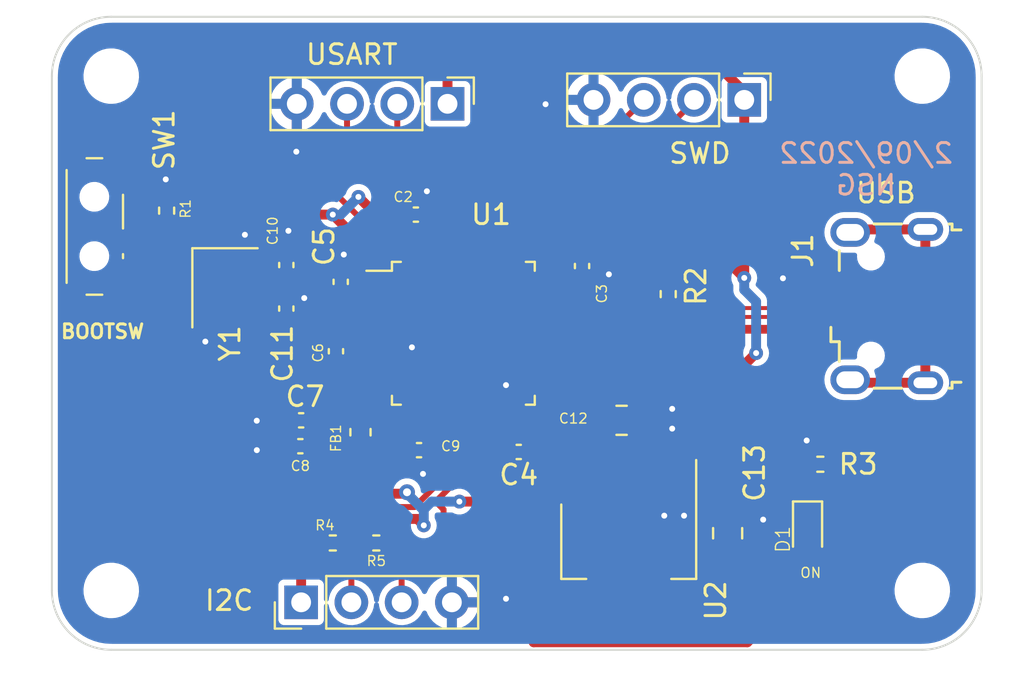
<source format=kicad_pcb>
(kicad_pcb (version 20211014) (generator pcbnew)
  (layers (0 "F.Cu" signal) (31 "B.Cu" power) (34 "B.Paste" user) (35 "F.Paste" user) (36 "B.SilkS" user "B.Silkscreen") (37 "F.SilkS" user "F.Silkscreen") (38 "B.Mask" user) (39 "F.Mask" user) (44 "Edge.Cuts" user))
  (net 0 "")
  (net 1 "+3V3")
  (net 2 "GND")
  (net 3 "+3.3VA")
  (net 4 "HSE_IN")
  (net 5 "HSE_OUT")
  (net 6 "VBUS")
  (net 7 "Net-(D1-Pad1)")
  (net 8 "USB_D-")
  (net 9 "USB_D+")
  (net 11 "unconnected-(J1-Pad6)")
  (net 12 "SWDCLC")
  (net 13 "SWDIO")
  (net 14 "USART_Tx")
  (net 15 "USART_Rx")
  (net 16 "I2C_SDL")
  (net 17 "I2C_SCL")
  (net 18 "Net-(R1-Pad1)")
  (net 19 "NSRT")
  (net 47 "BOOT")
  (footprint "MountingHole:MountingHole_2.2mm_M2" (layer "F.Cu") (at 111.56 151.597836)
    (fp_text reference "H3")
    (fp_text value "MountingHole")
    (pad "" np_thru_hole circle (at 0 0) (size 2.2 2.2) (drill 2.2) (layers F&B.Cu *.Mask))
  )
  (footprint "Capacitor_SMD:C_0805_2012Metric" (layer "F.Cu") (at 96.36 142.997836)
    (fp_text reference "C12" (at -2.44 -0.092164) (layer "F.SilkS") (effects (font (size 0.5 0.5) (thickness 0.07))))
    (fp_text value "22u")
    (pad "1" smd roundrect (at -0.95 0) (size 1 1.45) (layers "F.Cu" "F.Paste" "F.Mask") (net 6 "VBUS"))
    (pad "2" smd roundrect (at 0.95 0) (size 1 1.45) (layers "F.Cu" "F.Paste" "F.Mask") (net 2 "GND"))
  )
  (footprint "Button_Switch_SMD:SW_SPDT_PCM12" (layer "F.Cu") (at 70.035 133.197836 -90)
    (fp_text reference "SW1" (at -4.38 -3.2 -90) (layer "F.SilkS"))
    (fp_text value "SW_SPDT")
    (pad "" smd rect (at -3.65 -0.78 270) (size 1 0.8) (layers "F.Cu" "F.Paste" "F.Mask"))
    (pad "" smd rect (at -3.65 1.43 270) (size 1 0.8) (layers "F.Cu" "F.Paste" "F.Mask"))
    (pad "" np_thru_hole circle (at -1.5 0.33 270) (size 0.9 0.9) (drill 0.9) (layers *.Cu *.Mask))
    (pad "" smd rect (at 3.65 -0.78 270) (size 1 0.8) (layers "F.Cu" "F.Paste" "F.Mask"))
    (pad "" np_thru_hole circle (at 1.5 0.33 270) (size 0.9 0.9) (drill 0.9) (layers *.Cu *.Mask))
    (pad "" smd rect (at 3.65 1.43 270) (size 1 0.8) (layers "F.Cu" "F.Paste" "F.Mask"))
    (pad "1" smd rect (at -2.25 -1.43 270) (size 0.7 1.5) (layers "F.Cu" "F.Paste" "F.Mask") (net 2 "GND"))
    (pad "2" smd rect (at 0.75 -1.43 270) (size 0.7 1.5) (layers "F.Cu" "F.Paste" "F.Mask") (net 18 "Net-(R1-Pad1)"))
    (pad "3" smd rect (at 2.25 -1.43 270) (size 0.7 1.5) (layers "F.Cu" "F.Paste" "F.Mask") (net 1 "+3V3"))
  )
  (footprint "Capacitor_SMD:C_0402_1005Metric" (layer "F.Cu") (at 85.96 132.597836)
    (fp_text reference "C2" (at -0.64 -0.892164) (layer "F.SilkS") (effects (font (size 0.5 0.5) (thickness 0.07))))
    (fp_text value "100n")
    (pad "1" smd roundrect (at -0.48 0) (size 0.56 0.62) (layers "F.Cu" "F.Paste" "F.Mask") (net 1 "+3V3"))
    (pad "2" smd roundrect (at 0.48 0) (size 0.56 0.62) (layers "F.Cu" "F.Paste" "F.Mask") (net 2 "GND"))
  )
  (footprint "Capacitor_SMD:C_0402_1005Metric" (layer "F.Cu") (at 91.16 144.597836 180)
    (fp_text reference "C4" (at 0 -1.16) (layer "F.SilkS"))
    (fp_text value "100n")
    (pad "1" smd roundrect (at -0.48 0 180) (size 0.56 0.62) (layers "F.Cu" "F.Paste" "F.Mask") (net 1 "+3V3"))
    (pad "2" smd roundrect (at 0.48 0 180) (size 0.56 0.62) (layers "F.Cu" "F.Paste" "F.Mask") (net 2 "GND"))
  )
  (footprint "Resistor_SMD:R_0402_1005Metric" (layer "F.Cu") (at 83.96 149.197836)
    (fp_text reference "R5" (at 0 0.91) (layer "F.SilkS") (effects (font (size 0.5 0.5) (thickness 0.07))))
    (fp_text value "1k5")
    (pad "1" smd roundrect (at -0.51 0) (size 0.54 0.64) (layers "F.Cu" "F.Paste" "F.Mask") (net 1 "+3V3"))
    (pad "2" smd roundrect (at 0.51 0) (size 0.54 0.64) (layers "F.Cu" "F.Paste" "F.Mask") (net 17 "I2C_SCL"))
  )
  (footprint "Resistor_SMD:R_0402_1005Metric" (layer "F.Cu") (at 98.716359 136.617836 -90)
    (fp_text reference "R2" (at -0.4 -1.4 90) (layer "F.SilkS"))
    (fp_text value "1k5")
    (pad "1" smd roundrect (at -0.51 0 270) (size 0.54 0.64) (layers "F.Cu" "F.Paste" "F.Mask") (net 1 "+3V3"))
    (pad "2" smd roundrect (at 0.51 0 270) (size 0.54 0.64) (layers "F.Cu" "F.Paste" "F.Mask") (net 9 "USB_D+"))
  )
  (footprint "Connector_PinHeader_2.54mm:PinHeader_1x04_P2.54mm_Vertical" (layer "F.Cu") (at 80.16 152.197836 90)
    (fp_text reference "J4")
    (fp_text value "Connector")
    (pad "1" thru_hole rect (at 0 0 90) (size 1.7 1.7) (drill 1) (layers *.Cu *.Mask) (net 1 "+3V3"))
    (pad "2" thru_hole oval (at 0 2.54 90) (size 1.7 1.7) (drill 1) (layers *.Cu *.Mask) (net 16 "I2C_SDL"))
    (pad "3" thru_hole oval (at 0 5.08 90) (size 1.7 1.7) (drill 1) (layers *.Cu *.Mask) (net 17 "I2C_SCL"))
    (pad "4" thru_hole oval (at 0 7.62 90) (size 1.7 1.7) (drill 1) (layers *.Cu *.Mask) (net 2 "GND"))
  )
  (footprint "MountingHole:MountingHole_2.2mm_M2" (layer "F.Cu") (at 111.56 125.797836)
    (fp_text reference "H2")
    (fp_text value "MountingHole")
    (pad "" np_thru_hole circle (at 0 -0.2) (size 2.2 2.2) (drill 2.2) (layers F&B.Cu *.Mask))
  )
  (footprint "Resistor_SMD:R_0402_1005Metric" (layer "F.Cu") (at 81.76 149.197836)
    (fp_text reference "R4" (at -0.4 -0.89) (layer "F.SilkS") (effects (font (size 0.5 0.5) (thickness 0.07))))
    (fp_text value "1k5")
    (pad "1" smd roundrect (at -0.51 0) (size 0.54 0.64) (layers "F.Cu" "F.Paste" "F.Mask") (net 1 "+3V3"))
    (pad "2" smd roundrect (at 0.51 0) (size 0.54 0.64) (layers "F.Cu" "F.Paste" "F.Mask") (net 16 "I2C_SDL"))
  )
  (footprint "Capacitor_SMD:C_0402_1005Metric" (layer "F.Cu") (at 80.12 144.305672 180)
    (fp_text reference "C8" (at 0 -1) (layer "F.SilkS") (effects (font (size 0.5 0.5) (thickness 0.07))))
    (fp_text value "1u")
    (pad "1" smd roundrect (at -0.48 0 180) (size 0.56 0.62) (layers "F.Cu" "F.Paste" "F.Mask") (net 1 "+3V3"))
    (pad "2" smd roundrect (at 0.48 0 180) (size 0.56 0.62) (layers "F.Cu" "F.Paste" "F.Mask") (net 2 "GND"))
  )
  (footprint "LED_SMD:LED_0603_1608Metric" (layer "F.Cu") (at 105.76 148.585336 -90)
    (fp_text reference "D1" (at 0.4325 1.243641 90) (layer "F.SilkS") (effects (font (size 0.7 0.7) (thickness 0.07))))
    (fp_text value "RED")
    (pad "1" smd roundrect (at -0.7875 0 270) (size 0.875 0.95) (layers "F.Cu" "F.Paste" "F.Mask") (net 7 "Net-(D1-Pad1)"))
    (pad "2" smd roundrect (at 0.7875 0 270) (size 0.875 0.95) (layers "F.Cu" "F.Paste" "F.Mask") (net 1 "+3V3"))
  )
  (footprint "Capacitor_SMD:C_0402_1005Metric" (layer "F.Cu") (at 79.41 137.347836 90)
    (fp_text reference "C11" (at -2.28 -0.2 90) (layer "F.SilkS"))
    (fp_text value "10p")
    (pad "1" smd roundrect (at -0.48 0 90) (size 0.56 0.62) (layers "F.Cu" "F.Paste" "F.Mask") (net 5 "HSE_OUT"))
    (pad "2" smd roundrect (at 0.48 0 90) (size 0.56 0.62) (layers "F.Cu" "F.Paste" "F.Mask") (net 2 "GND"))
  )
  (footprint "Capacitor_SMD:C_0805_2012Metric" (layer "F.Cu") (at 101.72 148.705672 90)
    (fp_text reference "C13" (at 3.05 1.356359 90) (layer "F.SilkS"))
    (fp_text value "22u")
    (pad "1" smd roundrect (at -0.95 0 90) (size 1 1.45) (layers "F.Cu" "F.Paste" "F.Mask") (net 1 "+3V3"))
    (pad "2" smd roundrect (at 0.95 0 90) (size 1 1.45) (layers "F.Cu" "F.Paste" "F.Mask") (net 2 "GND"))
  )
  (footprint "Capacitor_SMD:C_0402_1005Metric" (layer "F.Cu") (at 82.16 135.997836 90)
    (fp_text reference "C5" (at 1.78 -0.843641 90) (layer "F.SilkS"))
    (fp_text value "100n")
    (pad "1" smd roundrect (at -0.48 0 90) (size 0.56 0.62) (layers "F.Cu" "F.Paste" "F.Mask") (net 1 "+3V3"))
    (pad "2" smd roundrect (at 0.48 0 90) (size 0.56 0.62) (layers "F.Cu" "F.Paste" "F.Mask") (net 2 "GND"))
  )
  (footprint "Connector_PinHeader_2.54mm:PinHeader_1x04_P2.54mm_Vertical" (layer "F.Cu") (at 102.56 126.797836 -90)
    (fp_text reference "J2")
    (fp_text value "Connector")
    (pad "1" thru_hole rect (at 0 0 270) (size 1.7 1.7) (drill 1) (layers *.Cu *.Mask) (net 1 "+3V3"))
    (pad "2" thru_hole oval (at 0 2.54 270) (size 1.7 1.7) (drill 1) (layers *.Cu *.Mask) (net 13 "SWDIO"))
    (pad "3" thru_hole oval (at 0 5.08 270) (size 1.7 1.7) (drill 1) (layers *.Cu *.Mask) (net 12 "SWDCLC"))
    (pad "4" thru_hole oval (at 0 7.62 270) (size 1.7 1.7) (drill 1) (layers *.Cu *.Mask) (net 2 "GND"))
  )
  (footprint "Capacitor_SMD:C_0402_1005Metric" (layer "F.Cu") (at 79.41 135.147836 90)
    (fp_text reference "C10" (at 1.73 -0.693641 90) (layer "F.SilkS") (effects (font (size 0.5 0.5) (thickness 0.07))))
    (fp_text value "10p")
    (pad "1" smd roundrect (at -0.48 0 90) (size 0.56 0.62) (layers "F.Cu" "F.Paste" "F.Mask") (net 4 "HSE_IN"))
    (pad "2" smd roundrect (at 0.48 0 90) (size 0.56 0.62) (layers "F.Cu" "F.Paste" "F.Mask") (net 2 "GND"))
  )
  (footprint "Inductor_SMD:L_0603_1608Metric" (layer "F.Cu") (at 83.16 143.597836 -90)
    (fp_text reference "FB1" (at 0.307836 1.24 90) (layer "F.SilkS") (effects (font (size 0.5 0.5) (thickness 0.07))))
    (fp_text value "120R")
    (pad "1" smd roundrect (at -0.7875 0 270) (size 0.875 0.95) (layers "F.Cu" "F.Paste" "F.Mask") (net 3 "+3.3VA"))
    (pad "2" smd roundrect (at 0.7875 0 270) (size 0.875 0.95) (layers "F.Cu" "F.Paste" "F.Mask") (net 1 "+3V3"))
  )
  (footprint "Resistor_SMD:R_0402_1005Metric" (layer "F.Cu") (at 106.406359 145.217836 180)
    (fp_text reference "R3" (at -1.91 0) (layer "F.SilkS"))
    (fp_text value "1k5")
    (pad "1" smd roundrect (at -0.51 0 180) (size 0.54 0.64) (layers "F.Cu" "F.Paste" "F.Mask") (net 7 "Net-(D1-Pad1)"))
    (pad "2" smd roundrect (at 0.51 0 180) (size 0.54 0.64) (layers "F.Cu" "F.Paste" "F.Mask") (net 2 "GND"))
  )
  (footprint "Capacitor_SMD:C_0402_1005Metric" (layer "F.Cu") (at 81.92 139.505672 90)
    (fp_text reference "C6" (at -0.08 -0.907836 90) (layer "F.SilkS") (effects (font (size 0.5 0.5) (thickness 0.07))))
    (fp_text value "10n")
    (pad "1" smd roundrect (at -0.48 0 90) (size 0.56 0.62) (layers "F.Cu" "F.Paste" "F.Mask") (net 3 "+3.3VA"))
    (pad "2" smd roundrect (at 0.48 0 90) (size 0.56 0.62) (layers "F.Cu" "F.Paste" "F.Mask") (net 2 "GND"))
  )
  (footprint "Connector_PinHeader_2.54mm:PinHeader_1x04_P2.54mm_Vertical" (layer "F.Cu") (at 87.56 126.997836 -90)
    (fp_text reference "J3")
    (fp_text value "Connector")
    (pad "1" thru_hole rect (at 0 0 270) (size 1.7 1.7) (drill 1) (layers *.Cu *.Mask) (net 1 "+3V3"))
    (pad "2" thru_hole oval (at 0 2.54 270) (size 1.7 1.7) (drill 1) (layers *.Cu *.Mask) (net 14 "USART_Tx"))
    (pad "3" thru_hole oval (at 0 5.08 270) (size 1.7 1.7) (drill 1) (layers *.Cu *.Mask) (net 15 "USART_Rx"))
    (pad "4" thru_hole oval (at 0 7.62 270) (size 1.7 1.7) (drill 1) (layers *.Cu *.Mask) (net 2 "GND"))
  )
  (footprint "Resistor_SMD:R_0402_1005Metric" (layer "F.Cu") (at 73.36 132.397836 90)
    (fp_text reference "R1" (at 0.092164 0.956359 90) (layer "F.SilkS") (effects (font (size 0.5 0.5) (thickness 0.07))))
    (fp_text value "10k")
    (pad "1" smd roundrect (at -0.51 0 90) (size 0.54 0.64) (layers "F.Cu" "F.Paste" "F.Mask") (net 18 "Net-(R1-Pad1)"))
    (pad "2" smd roundrect (at 0.51 0 90) (size 0.54 0.64) (layers "F.Cu" "F.Paste" "F.Mask") (net 47 "BOOT"))
  )
  (footprint "Package_TO_SOT_SMD:SOT-223-3_TabPin2" (layer "F.Cu") (at 96.72 149.105672 -90)
    (fp_text reference "U2" (at 3 -4.4 90) (layer "F.SilkS"))
    (fp_text value "AMS1117")
    (pad "1" smd rect (at -3.15 -2.3 270) (size 2 1.5) (layers "F.Cu" "F.Paste" "F.Mask") (net 2 "GND"))
    (pad "2" smd rect (at -3.15 0 270) (size 2 1.5) (layers "F.Cu" "F.Paste" "F.Mask") (net 1 "+3V3"))
    (pad "2" smd rect (at 3.15 0 270) (size 2 3.8) (layers "F.Cu" "F.Paste" "F.Mask") (net 1 "+3V3"))
    (pad "3" smd rect (at -3.15 2.3 270) (size 2 1.5) (layers "F.Cu" "F.Paste" "F.Mask") (net 6 "VBUS"))
  )
  (footprint "Connector_USB:USB_Micro-B_Wuerth_629105150521" (layer "F.Cu") (at 109.765 137.222836 90)
    (fp_text reference "J1" (at 2.805 -4.245 90) (layer "F.SilkS"))
    (fp_text value "USB_B_Micro")
    (pad "" np_thru_hole oval (at 2.5 -0.8 90) (size 0.8 0.8) (drill 0.8) (layers *.Cu *.Mask))
    (pad "" np_thru_hole oval (at -2.5 -0.8 90) (size 0.8 0.8) (drill 0.8) (layers *.Cu *.Mask))
    (pad "1" smd rect (at -1.3 -1.9 90) (size 0.45 1.3) (layers "F.Cu" "F.Paste" "F.Mask") (net 6 "VBUS"))
    (pad "2" smd rect (at -0.65 -1.9 90) (size 0.45 1.3) (layers "F.Cu" "F.Paste" "F.Mask") (net 8 "USB_D-"))
    (pad "3" smd rect (at 0 -1.9 90) (size 0.45 1.3) (layers "F.Cu" "F.Paste" "F.Mask") (net 9 "USB_D+"))
    (pad "4" smd rect (at 0.65 -1.9 90) (size 0.45 1.3) (layers "F.Cu" "F.Paste" "F.Mask"))
    (pad "5" smd rect (at 1.3 -1.9 90) (size 0.45 1.3) (layers "F.Cu" "F.Paste" "F.Mask") (net 2 "GND"))
    (pad "6" thru_hole oval (at -3.875 1.95 90) (size 1.15 1.8) (drill oval 0.55 1.2) (layers *.Cu *.Mask) (net 11 "unconnected-(J1-Pad6)"))
    (pad "6" thru_hole oval (at 3.875 1.95 90) (size 1.15 1.8) (drill oval 0.55 1.2) (layers *.Cu *.Mask) (net 11 "unconnected-(J1-Pad6)"))
    (pad "6" thru_hole oval (at 3.725 -1.85 90) (size 1.45 2) (drill oval 0.85 1.4) (layers *.Cu *.Mask) (net 11 "unconnected-(J1-Pad6)"))
    (pad "6" thru_hole oval (at -3.725 -1.85 90) (size 1.45 2) (drill oval 0.85 1.4) (layers *.Cu *.Mask) (net 11 "unconnected-(J1-Pad6)"))
  )
  (footprint "Crystal:Crystal_SMD_3225-4Pin_3.2x2.5mm" (layer "F.Cu") (at 76.31 136.297836 -90)
    (fp_text reference "Y1" (at 2.81 -0.25 90) (layer "F.SilkS"))
    (fp_text value "16MHz")
    (pad "1" smd rect (at -1.1 0.85 270) (size 1.4 1.2) (layers "F.Cu" "F.Paste" "F.Mask") (net 4 "HSE_IN"))
    (pad "2" smd rect (at 1.1 0.85 270) (size 1.4 1.2) (layers "F.Cu" "F.Paste" "F.Mask") (net 2 "GND"))
    (pad "3" smd rect (at 1.1 -0.85 270) (size 1.4 1.2) (layers "F.Cu" "F.Paste" "F.Mask") (net 5 "HSE_OUT"))
    (pad "4" smd rect (at -1.1 -0.85 270) (size 1.4 1.2) (layers "F.Cu" "F.Paste" "F.Mask") (net 2 "GND"))
  )
  (footprint "Capacitor_SMD:C_0402_1005Metric" (layer "F.Cu") (at 80.16 142.997836 180)
    (fp_text reference "C7" (at -0.2 1.2) (layer "F.SilkS"))
    (fp_text value "1u")
    (pad "1" smd roundrect (at -0.48 0 180) (size 0.56 0.62) (layers "F.Cu" "F.Paste" "F.Mask") (net 3 "+3.3VA"))
    (pad "2" smd roundrect (at 0.48 0 180) (size 0.56 0.62) (layers "F.Cu" "F.Paste" "F.Mask") (net 2 "GND"))
  )
  (footprint "Capacitor_SMD:C_0402_1005Metric" (layer "F.Cu") (at 94.36 135.197836 -90)
    (fp_text reference "C3" (at 1.4 -1 90) (layer "F.SilkS") (effects (font (size 0.5 0.5) (thickness 0.07))))
    (fp_text value "100n")
    (pad "1" smd roundrect (at -0.48 0 270) (size 0.56 0.62) (layers "F.Cu" "F.Paste" "F.Mask") (net 1 "+3V3"))
    (pad "2" smd roundrect (at 0.48 0 270) (size 0.56 0.62) (layers "F.Cu" "F.Paste" "F.Mask") (net 2 "GND"))
  )
  (footprint "MountingHole:MountingHole_2.2mm_M2" (layer "F.Cu") (at 70.76 151.597836)
    (fp_text reference "H4")
    (fp_text value "MountingHole")
    (pad "" np_thru_hole circle (at -0.2 0) (size 2.2 2.2) (drill 2.2) (layers F&B.Cu *.Mask))
  )
  (footprint "Package_QFP:LQFP-48_7x7mm_P0.5mm" (layer "F.Cu") (at 88.36 138.597836)
    (fp_text reference "U1" (at 1.4 -6) (layer "F.SilkS"))
    (fp_text value "STM32F103C8T6")
    (pad "1" smd roundrect (at -4.1625 -2.75) (size 1.475 0.3) (layers "F.Cu" "F.Paste" "F.Mask") (net 1 "+3V3"))
    (pad "2" smd roundrect (at -4.1625 -2.25) (size 1.475 0.3) (layers "F.Cu" "F.Paste" "F.Mask"))
    (pad "3" smd roundrect (at -4.1625 -1.75) (size 1.475 0.3) (layers "F.Cu" "F.Paste" "F.Mask"))
    (pad "4" smd roundrect (at -4.1625 -1.25) (size 1.475 0.3) (layers "F.Cu" "F.Paste" "F.Mask"))
    (pad "5" smd roundrect (at -4.1625 -0.75) (size 1.475 0.3) (layers "F.Cu" "F.Paste" "F.Mask") (net 4 "HSE_IN"))
    (pad "6" smd roundrect (at -4.1625 -0.25) (size 1.475 0.3) (layers "F.Cu" "F.Paste" "F.Mask") (net 5 "HSE_OUT"))
    (pad "7" smd roundrect (at -4.1625 0.25) (size 1.475 0.3) (layers "F.Cu" "F.Paste" "F.Mask") (net 19 "NSRT"))
    (pad "8" smd roundrect (at -4.1625 0.75) (size 1.475 0.3) (layers "F.Cu" "F.Paste" "F.Mask") (net 2 "GND"))
    (pad "9" smd roundrect (at -4.1625 1.25) (size 1.475 0.3) (layers "F.Cu" "F.Paste" "F.Mask") (net 3 "+3.3VA"))
    (pad "10" smd roundrect (at -4.1625 1.75) (size 1.475 0.3) (layers "F.Cu" "F.Paste" "F.Mask"))
    (pad "11" smd roundrect (at -4.1625 2.25) (size 1.475 0.3) (layers "F.Cu" "F.Paste" "F.Mask"))
    (pad "12" smd roundrect (at -4.1625 2.75) (size 1.475 0.3) (layers "F.Cu" "F.Paste" "F.Mask"))
    (pad "13" smd roundrect (at -2.75 4.1625) (size 0.3 1.475) (layers "F.Cu" "F.Paste" "F.Mask"))
    (pad "14" smd roundrect (at -2.25 4.1625) (size 0.3 1.475) (layers "F.Cu" "F.Paste" "F.Mask"))
    (pad "15" smd roundrect (at -1.75 4.1625) (size 0.3 1.475) (layers "F.Cu" "F.Paste" "F.Mask"))
    (pad "16" smd roundrect (at -1.25 4.1625) (size 0.3 1.475) (layers "F.Cu" "F.Paste" "F.Mask"))
    (pad "17" smd roundrect (at -0.75 4.1625) (size 0.3 1.475) (layers "F.Cu" "F.Paste" "F.Mask"))
    (pad "18" smd roundrect (at -0.25 4.1625) (size 0.3 1.475) (layers "F.Cu" "F.Paste" "F.Mask"))
    (pad "19" smd roundrect (at 0.25 4.1625) (size 0.3 1.475) (layers "F.Cu" "F.Paste" "F.Mask"))
    (pad "20" smd roundrect (at 0.75 4.1625) (size 0.3 1.475) (layers "F.Cu" "F.Paste" "F.Mask"))
    (pad "21" smd roundrect (at 1.25 4.1625) (size 0.3 1.475) (layers "F.Cu" "F.Paste" "F.Mask") (net 16 "I2C_SDL"))
    (pad "22" smd roundrect (at 1.75 4.1625) (size 0.3 1.475) (layers "F.Cu" "F.Paste" "F.Mask") (net 17 "I2C_SCL"))
    (pad "23" smd roundrect (at 2.25 4.1625) (size 0.3 1.475) (layers "F.Cu" "F.Paste" "F.Mask") (net 2 "GND"))
    (pad "24" smd roundrect (at 2.75 4.1625) (size 0.3 1.475) (layers "F.Cu" "F.Paste" "F.Mask") (net 1 "+3V3"))
    (pad "25" smd roundrect (at 4.1625 2.75) (size 1.475 0.3) (layers "F.Cu" "F.Paste" "F.Mask"))
    (pad "26" smd roundrect (at 4.1625 2.25) (size 1.475 0.3) (layers "F.Cu" "F.Paste" "F.Mask"))
    (pad "27" smd roundrect (at 4.1625 1.75) (size 1.475 0.3) (layers "F.Cu" "F.Paste" "F.Mask"))
    (pad "28" smd roundrect (at 4.1625 1.25) (size 1.475 0.3) (layers "F.Cu" "F.Paste" "F.Mask"))
    (pad "29" smd roundrect (at 4.1625 0.75) (size 1.475 0.3) (layers "F.Cu" "F.Paste" "F.Mask"))
    (pad "30" smd roundrect (at 4.1625 0.25) (size 1.475 0.3) (layers "F.Cu" "F.Paste" "F.Mask"))
    (pad "31" smd roundrect (at 4.1625 -0.25) (size 1.475 0.3) (layers "F.Cu" "F.Paste" "F.Mask"))
    (pad "32" smd roundrect (at 4.1625 -0.75) (size 1.475 0.3) (layers "F.Cu" "F.Paste" "F.Mask") (net 8 "USB_D-"))
    (pad "33" smd roundrect (at 4.1625 -1.25) (size 1.475 0.3) (layers "F.Cu" "F.Paste" "F.Mask") (net 9 "USB_D+"))
    (pad "34" smd roundrect (at 4.1625 -1.75) (size 1.475 0.3) (layers "F.Cu" "F.Paste" "F.Mask") (net 13 "SWDIO"))
    (pad "35" smd roundrect (at 4.1625 -2.25) (size 1.475 0.3) (layers "F.Cu" "F.Paste" "F.Mask") (net 2 "GND"))
    (pad "36" smd roundrect (at 4.1625 -2.75) (size 1.475 0.3) (layers "F.Cu" "F.Paste" "F.Mask") (net 1 "+3V3"))
    (pad "37" smd roundrect (at 2.75 -4.1625) (size 0.3 1.475) (layers "F.Cu" "F.Paste" "F.Mask") (net 12 "SWDCLC"))
    (pad "38" smd roundrect (at 2.25 -4.1625) (size 0.3 1.475) (layers "F.Cu" "F.Paste" "F.Mask"))
    (pad "39" smd roundrect (at 1.75 -4.1625) (size 0.3 1.475) (layers "F.Cu" "F.Paste" "F.Mask"))
    (pad "40" smd roundrect (at 1.25 -4.1625) (size 0.3 1.475) (layers "F.Cu" "F.Paste" "F.Mask"))
    (pad "41" smd roundrect (at 0.75 -4.1625) (size 0.3 1.475) (layers "F.Cu" "F.Paste" "F.Mask"))
    (pad "42" smd roundrect (at 0.25 -4.1625) (size 0.3 1.475) (layers "F.Cu" "F.Paste" "F.Mask") (net 14 "USART_Tx"))
    (pad "43" smd roundrect (at -0.25 -4.1625) (size 0.3 1.475) (layers "F.Cu" "F.Paste" "F.Mask") (net 15 "USART_Rx"))
    (pad "44" smd roundrect (at -0.75 -4.1625) (size 0.3 1.475) (layers "F.Cu" "F.Paste" "F.Mask") (net 47 "BOOT"))
    (pad "45" smd roundrect (at -1.25 -4.1625) (size 0.3 1.475) (layers "F.Cu" "F.Paste" "F.Mask"))
    (pad "46" smd roundrect (at -1.75 -4.1625) (size 0.3 1.475) (layers "F.Cu" "F.Paste" "F.Mask"))
    (pad "47" smd roundrect (at -2.25 -4.1625) (size 0.3 1.475) (layers "F.Cu" "F.Paste" "F.Mask") (net 2 "GND"))
    (pad "48" smd roundrect (at -2.75 -4.1625) (size 0.3 1.475) (layers "F.Cu" "F.Paste" "F.Mask") (net 1 "+3V3"))
  )
  (footprint "MountingHole:MountingHole_2.2mm_M2" (layer "F.Cu") (at 70.56 125.797836)
    (fp_text reference "H1")
    (fp_text value "MountingHole")
    (pad "" np_thru_hole circle (at 0 -0.2) (size 2.2 2.2) (drill 2.2) (layers F&B.Cu *.Mask))
  )
  (footprint "Capacitor_SMD:C_0402_1005Metric" (layer "F.Cu") (at 86.12 144.505672)
    (fp_text reference "C9" (at 1.6 -0.2) (layer "F.SilkS") (effects (font (size 0.5 0.5) (thickness 0.07))))
    (fp_text value "100n")
    (pad "1" smd roundrect (at -0.48 0) (size 0.56 0.62) (layers "F.Cu" "F.Paste" "F.Mask") (net 19 "NSRT"))
    (pad "2" smd roundrect (at 0.48 0) (size 0.56 0.62) (layers "F.Cu" "F.Paste" "F.Mask") (net 2 "GND"))
  )
  (gr_arc (start 111.56 122.597836) (mid 113.68132 123.476516) (end 114.56 125.597836) (layer "Edge.Cuts") (width 0.1))
  (gr_line (start 111.56 122.597836) (end 70.56 122.597836) (layer "Edge.Cuts") (width 0.1))
  (gr_line (start 114.56 151.597836) (end 114.56 125.597836) (layer "Edge.Cuts") (width 0.1))
  (gr_arc (start 114.56 151.597836) (mid 113.68132 153.719156) (end 111.56 154.597836) (layer "Edge.Cuts") (width 0.1))
  (gr_line (start 70.56 154.597836) (end 111.56 154.597836) (layer "Edge.Cuts") (width 0.1))
  (gr_arc (start 67.56 125.597836) (mid 68.43868 123.476516) (end 70.56 122.597836) (layer "Edge.Cuts") (width 0.1))
  (gr_arc (start 70.56 154.597836) (mid 68.43868 153.719156) (end 67.56 151.597836) (layer "Edge.Cuts") (width 0.1))
  (gr_line (start 67.56 125.597836) (end 67.56 151.597836) (layer "Edge.Cuts") (width 0.1))
  (gr_text "2/09/2022\nNSG" (at 108.72 130.305672) (layer "B.SilkS") (effects (font (size 1 1)) (justify mirror)))
  (gr_text "ON" (at 105.92 150.705672) (layer "F.SilkS") (effects (font (size 0.5 0.5) (thickness 0.07))))
  (gr_text "SWD" (at 100.32 129.505672) (layer "F.SilkS") (effects (font (size 1 1))))
  (gr_text "BOOTSW" (at 70.12 138.505672) (layer "F.SilkS") (effects (font (size 0.7 0.7))))
  (gr_text "I2C" (at 76.52 152.105672) (layer "F.SilkS") (effects (font (size 1 1))))
  (gr_text "USART" (at 82.72 124.505672) (layer "F.SilkS") (effects (font (size 1 1))))
  (gr_text "USB" (at 109.72 131.505672) (layer "F.SilkS") (effects (font (size 1 1))))
  (segment (start 101.36 134.597836) (end 98.76 134.597836) (width 0.5) (layer "F.Cu") (net 1))
  (segment (start 102.36 142.997836) (end 102.36 140.397836) (width 0.5) (layer "F.Cu") (net 1))
  (segment (start 102.716359 154.217836) (end 91.916359 154.217836) (width 0.5) (layer "F.Cu") (net 1))
  (segment (start 102.56 126.797836) (end 102.56 126.397836) (width 0.5) (layer "F.Cu") (net 1))
  (segment (start 108.96 147.597836) (end 109.96 146.597836) (width 0.5) (layer "F.Cu") (net 1))
  (segment (start 102.56 135.797836) (end 101.36 134.597836) (width 0.5) (layer "F.Cu") (net 1))
  (segment (start 72.56 139.507836) (end 73.56 138.507836) (width 0.5) (layer "F.Cu") (net 1))
  (segment (start 105.76 152.597836) (end 107.96 152.597836) (width 0.5) (layer "F.Cu") (net 1))
  (segment (start 108.16 152.397836) (end 108.16 147.597836) (width 0.5) (layer "F.Cu") (net 1))
  (segment (start 80.76 132.397836) (end 80.96 132.597836) (width 0.5) (layer "F.Cu") (net 1))
  (segment (start 102.36 140.397836) (end 103.16 139.597836) (width 0.5) (layer "F.Cu") (net 1))
  (segment (start 81.25 149.197836) (end 81.227836 149.197836) (width 0.5) (layer "F.Cu") (net 1))
  (segment (start 84.149244 132.797836) (end 85.28 132.797836) (width 0.5) (layer "F.Cu") (net 1))
  (segment (start 73.56 135.707836) (end 73.3 135.447836) (width 0.5) (layer "F.Cu") (net 1))
  (segment (start 86.36 148.307836) (end 86.03459 147.982426) (width 0.5) (layer "F.Cu") (net 1))
  (segment (start 91.916359 154.217836) (end 91.916359 147.864195) (width 0.5) (layer "F.Cu") (net 1))
  (segment (start 83.96 147.982426) (end 83.45 148.492426) (width 0.5) (layer "F.Cu") (net 1))
  (segment (start 73.96 134.597836) (end 74.115879 134.441957) (width 0.5) (layer "F.Cu") (net 1))
  (segment (start 80.6 144.585672) (end 81.52 145.505672) (width 0.5) (layer "F.Cu") (net 1))
  (segment (start 102.56 135.797836) (end 102.56 126.797836) (width 0.5) (layer "F.Cu") (net 1))
  (segment (start 73.56 138.507836) (end 73.56 135.707836) (width 0.5) (layer "F.Cu") (net 1))
  (segment (start 81.76 132.597836) (end 84.1975 135.035336) (width 0.5) (layer "F.Cu") (net 1))
  (segment (start 85.61 132.727836) (end 85.48 132.597836) (width 0.3) (layer "F.Cu") (net 1))
  (segment (start 103.866359 149.967836) (end 104.116359 150.217836) (width 0.5) (layer "F.Cu") (net 1))
  (segment (start 83.45 148.492426) (end 83.45 149.197836) (width 0.5) (layer "F.Cu") (net 1))
  (segment (start 91.64 143.290336) (end 91.11 142.760336) (width 0.3) (layer "F.Cu") (net 1))
  (segment (start 94.48 134.597836) (end 94.36 134.717836) (width 0.5) (layer "F.Cu") (net 1))
  (segment (start 92.516359 145.017836) (end 92.096359 144.597836) (width 0.5) (layer "F.Cu") (net 1))
  (segment (start 79.76 147.507836) (end 74.36 147.507836) (width 0.5) (layer "F.Cu") (net 1))
  (segment (start 84.45 146.707836) (end 84.45 145.907836) (width 0.5) (layer "F.Cu") (net 1))
  (segment (start 107.96 152.597836) (end 108.16 152.397836) (width 0.5) (layer "F.Cu") (net 1))
  (segment (start 99.56 123.397836) (end 88.76 123.397836) (width 0.5) (layer "F.Cu") (net 1))
  (segment (start 72.56 145.707836) (end 72.56 139.507836) (width 0.5) (layer "F.Cu") (net 1))
  (segment (start 92.516359 146.417836) (end 92.516359 145.017836) (width 0.5) (layer "F.Cu") (net 1))
  (segment (start 83.16 144.397836) (end 83.16 144.385336) (width 0.5) (layer "F.Cu") (net 1))
  (segment (start 82.729639 136.477836) (end 83.359639 135.847836) (width 0.3) (layer "F.Cu") (net 1))
  (segment (start 80.56 146.707836) (end 79.76 147.507836) (width 0.5) (layer "F.Cu") (net 1))
  (segment (start 75.515879 132.397836) (end 80.76 132.397836) (width 0.5) (layer "F.Cu") (net 1))
  (segment (start 92.5225 135.847836) (end 93.6525 134.717836) (width 0.3) (layer "F.Cu") (net 1))
  (segment (start 86.03459 147.982426) (end 83.96 147.982426) (width 0.5) (layer "F.Cu") (net 1))
  (segment (start 74.115879 133.797836) (end 75.515879 132.397836) (width 0.5) (layer "F.Cu") (net 1))
  (segment (start 73.3 135.447836) (end 73.96 134.787836) (width 0.5) (layer "F.Cu") (net 1))
  (segment (start 79.76 147.507836) (end 79.76 148.907836) (width 0.5) (layer "F.Cu") (net 1))
  (segment (start 104.38 150.217836) (end 104.38 151.217836) (width 0.5) (layer "F.Cu") (net 1))
  (segment (start 109.96 146.597836) (end 109.96 143.197836) (width 0.5) (layer "F.Cu") (net 1))
  (segment (start 84.45 146.707836) (end 80.56 146.707836) (width 0.5) (layer "F.Cu") (net 1))
  (segment (start 104.38 151.217836) (end 105.76 152.597836) (width 0.5) (layer "F.Cu") (net 1))
  (segment (start 79.76 148.907836) (end 80.05 149.197836) (width 0.5) (layer "F.Cu") (net 1))
  (segment (start 87.56 124.597836) (end 87.56 126.997836) (width 0.5) (layer "F.Cu") (net 1))
  (segment (start 81.227836 149.197836) (end 79.92 150.505672) (width 0.5) (layer "F.Cu") (net 1))
  (segment (start 108.16 147.597836) (end 108.96 147.597836) (width 0.5) (layer "F.Cu") (net 1))
  (segment (start 80.96 132.597836) (end 81.76 132.597836) (width 0.5) (layer "F.Cu") (net 1))
  (segment (start 91.916359 147.017836) (end 92.516359 146.417836) (width 0.5) (layer "F.Cu") (net 1))
  (segment (start 103.116359 153.817836) (end 102.716359 154.217836) (width 0.5) (layer "F.Cu") (net 1))
  (segment (start 109.96 143.197836) (end 109.76 142.997836) (width 0.5) (layer "F.Cu") (net 1))
  (segment (start 98.76 134.597836) (end 98.716359 134.641477) (width 0.5) (layer "F.Cu") (net 1))
  (segment (start 81.52 145.505672) (end 82.039664 145.505672) (width 0.5) (layer "F.Cu") (net 1))
  (segment (start 101.916359 149.967836) (end 101.916359 150.817836) (width 0.5) (layer "F.Cu") (net 1))
  (segment (start 104.38 150.217836) (end 104.915 150.217836) (width 0.5) (layer "F.Cu") (net 1))
  (segment (start 74.115879 134.441957) (end 74.115879 133.797836) (width 0.5) (layer "F.Cu") (net 1))
  (segment (start 91.64 144.597836) (end 91.64 143.290336) (width 0.3) (layer "F.Cu") (net 1))
  (segment (start 80.6 144.305672) (end 80.6 144.585672) (width 0.5) (layer "F.Cu") (net 1))
  (segment (start 103.116359 152.017836) (end 103.116359 153.817836) (width 0.5) (layer "F.Cu") (net 1))
  (segment (start 73.96 134.787836) (end 73.96 134.597836) (width 0.5) (layer "F.Cu") (net 1))
  (segment (start 80.16 150.745672) (end 80.16 152.197836) (width 0.5) (layer "F.Cu") (net 1))
  (segment (start 83.359639 135.847836) (end 84.1975 135.847836) (width 0.3) (layer "F.Cu") (net 1))
  (segment (start 91.916359 147.864195) (end 91.916359 147.017836) (width 0.5) (layer "F.Cu") (net 1))
  (segment (start 98.76 134.597836) (end 94.48 134.597836) (width 0.5) (layer "F.Cu") (net 1))
  (segment (start 101.916359 150.817836) (end 103.116359 152.017836) (width 0.5) (layer "F.Cu") (net 1))
  (segment (start 84.1975 135.035336) (end 84.1975 135.748316) (width 0.5) (layer "F.Cu") (net 1))
  (segment (start 73.3 135.447836) (end 71.465 135.447836) (width 0.5) (layer "F.Cu") (net 1))
  (segment (start 79.92 150.505672) (end 80.16 150.745672) (width 0.5) (layer "F.Cu") (net 1))
  (segment (start 91.15848 147.106316) (end 88.158479 147.106316) (width 0.5) (layer "F.Cu") (net 1))
  (segment (start 104.915 150.217836) (end 105.76 149.372836) (width 0.5) (layer "F.Cu") (net 1))
  (segment (start 88.76 123.397836) (end 87.56 124.597836) (width 0.5) (layer "F.Cu") (net 1))
  (segment (start 85.61 134.435336) (end 85.61 132.727836) (width 0.3) (layer "F.Cu") (net 1))
  (segment (start 102.56 126.397836) (end 99.56 123.397836) (width 0.5) (layer "F.Cu") (net 1))
  (segment (start 83.054622 131.703214) (end 84.149244 132.797836) (width 0.5) (layer "F.Cu") (net 1))
  (segment (start 74.36 147.507836) (end 72.56 145.707836) (width 0.5) (layer "F.Cu") (net 1))
  (segment (start 101.916359 149.967836) (end 103.866359 149.967836) (width 0.5) (layer "F.Cu") (net 1))
  (segment (start 109.76 142.997836) (end 102.36 142.997836) (width 0.5) (layer "F.Cu") (net 1))
  (segment (start 80.05 149.197836) (end 81.25 149.197836) (width 0.5) (layer "F.Cu") (net 1))
  (segment (start 84.56 145.797836) (end 83.16 144.397836) (width 0.5) (layer "F.Cu") (net 1))
  (segment (start 82.16 136.477836) (end 82.729639 136.477836) (width 0.3) (layer "F.Cu") (net 1))
  (segment (start 104.116359 150.217836) (end 104.38 150.217836) (width 0.5) (layer "F.Cu") (net 1))
  (segment (start 98.716359 134.641477) (end 98.716359 136.107836) (width 0.5) (layer "F.Cu") (net 1))
  (segment (start 91.916359 147.864195) (end 91.15848 147.106316) (width 0.5) (layer "F.Cu") (net 1))
  (segment (start 93.6525 134.717836) (end 94.36 134.717836) (width 0.3) (layer "F.Cu") (net 1))
  (segment (start 92.096359 144.597836) (end 91.64 144.597836) (width 0.5) (layer "F.Cu") (net 1))
  (segment (start 85.511118 146.707836) (end 84.45 146.707836) (width 0.5) (layer "F.Cu") (net 1))
  (segment (start 85.28 132.797836) (end 85.48 132.597836) (width 0.5) (layer "F.Cu") (net 1))
  (segment (start 82.039664 145.505672) (end 83.16 144.385336) (width 0.5) (layer "F.Cu") (net 1))
  (via (at 102.56 135.797836) (size 0.7) (drill 0.3) (layers "F.Cu" "B.Cu") (net 1))
  (via (at 86.36 148.307836) (size 0.7) (drill 0.3) (layers "F.Cu" "B.Cu") (net 1))
  (via (at 83.054622 131.703214) (size 0.7) (drill 0.3) (layers "F.Cu" "B.Cu") (net 1))
  (via (at 81.76 132.597836) (size 0.7) (drill 0.3) (layers "F.Cu" "B.Cu") (net 1))
  (via (at 88.158479 147.106316) (size 0.7) (drill 0.3) (layers "F.Cu" "B.Cu") (net 1))
  (via (at 85.511118 146.633406) (size 0.8) (drill 0.4) (layers "F.Cu" "B.Cu") (net 1))
  (via (at 103.16 139.597836) (size 0.7) (drill 0.3) (layers "F.Cu" "B.Cu") (net 1))
  (segment (start 103.16 136.997836) (end 102.56 136.397836) (width 0.5) (layer "B.Cu") (net 1))
  (segment (start 86.36 147.504796) (end 86.36 148.307836) (width 0.5) (layer "B.Cu") (net 1))
  (segment (start 103.16 139.597836) (end 103.16 136.997836) (width 0.5) (layer "B.Cu") (net 1))
  (segment (start 88.158479 147.106316) (end 86.75848 147.106316) (width 0.5) (layer "B.Cu") (net 1))
  (segment (start 86.319124 147.504796) (end 86.36 147.504796) (width 0.5) (layer "B.Cu") (net 1))
  (segment (start 82.16 132.597836) (end 83.054622 131.703214) (width 0.5) (layer "B.Cu") (net 1))
  (segment (start 102.56 136.397836) (end 102.56 135.797836) (width 0.5) (layer "B.Cu") (net 1))
  (segment (start 86.75848 147.106316) (end 86.36 147.504796) (width 0.5) (layer "B.Cu") (net 1))
  (segment (start 86.319124 147.504796) (end 85.511118 146.69679) (width 0.5) (layer "B.Cu") (net 1))
  (segment (start 85.511118 146.69679) (end 85.511118 146.633406) (width 0.5) (layer "B.Cu") (net 1))
  (segment (start 86.6 145.425672) (end 86.32 145.705672) (width 0.5) (layer "F.Cu") (net 2))
  (segment (start 79.68 142.997836) (end 77.936359 142.997836) (width 0.5) (layer "F.Cu") (net 2))
  (segment (start 86.11 134.435336) (end 86.11 132.927836) (width 0.3) (layer "F.Cu") (net 2))
  (segment (start 84.1975 139.347836) (end 85.72 139.347836) (width 0.3) (layer "F.Cu") (net 2))
  (segment (start 73.186359 130.947836) (end 73.316359 130.817836) (width 0.25) (layer "F.Cu") (net 2))
  (segment (start 82.16 134.774195) (end 82.316359 134.617836) (width 0.25) (layer "F.Cu") (net 2))
  (segment (start 84.1975 139.347836) (end 83.162164 139.347836) (width 0.3) (layer "F.Cu") (net 2))
  (segment (start 71.465 130.947836) (end 73.186359 130.947836) (width 0.25) (layer "F.Cu") (net 2))
  (segment (start 77.936359 142.997836) (end 77.916359 143.017836) (width 0.5) (layer "F.Cu") (net 2))
  (segment (start 105.896359 145.217836) (end 105.896359 144.197836) (width 0.5) (layer "F.Cu") (net 2))
  (segment (start 86.6 144.505672) (end 86.6 145.425672) (width 0.5) (layer "F.Cu") (net 2))
  (segment (start 90.61 144.527836) (end 90.61 142.760336) (width 0.3) (layer "F.Cu") (net 2))
  (segment (start 86.11 132.927836) (end 86.44 132.597836) (width 0.3) (layer "F.Cu") (net 2))
  (segment (start 83.162164 139.347836) (end 82.84 139.025672) (width 0.3) (layer "F.Cu") (net 2))
  (segment (start 105.896359 144.197836) (end 105.716359 144.017836) (width 0.5) (layer "F.Cu") (net 2))
  (segment (start 90.68 144.597836) (end 90.61 144.527836) (width 0.3) (layer "F.Cu") (net 2))
  (segment (start 79.64 144.305672) (end 78.12 144.305672) (width 0.5) (layer "F.Cu") (net 2))
  (segment (start 86.44 131.494195) (end 86.516359 131.417836) (width 0.3) (layer "F.Cu") (net 2))
  (segment (start 79.41 134.667836) (end 79.41 133.524195) (width 0.5) (layer "F.Cu") (net 2))
  (segment (start 82.16 135.517836) (end 82.16 134.774195) (width 0.25) (layer "F.Cu") (net 2))
  (segment (start 80.266359 136.867836) (end 80.316359 136.817836) (width 0.5) (layer "F.Cu") (net 2))
  (segment (start 103.466359 148.067836) (end 103.516359 148.017836) (width 0.3) (layer "F.Cu") (net 2))
  (segment (start 86.44 132.597836) (end 86.44 131.494195) (width 0.3) (layer "F.Cu") (net 2))
  (segment (start 78.12 144.305672) (end 77.92 144.505672) (width 0.5) (layer "F.Cu") (net 2))
  (segment (start 79.41 136.867836) (end 80.266359 136.867836) (width 0.5) (layer "F.Cu") (net 2))
  (segment (start 104.516359 135.817836) (end 104.596848 135.898325) (width 0.5) (layer "F.Cu") (net 2))
  (segment (start 95.656359 135.677836) (end 95.716359 135.617836) (width 0.3) (layer "F.Cu") (net 2))
  (segment (start 81.92 139.025672) (end 82.84 139.025672) (width 0.5) (layer "F.Cu") (net 2))
  (segment (start 85.72 139.347836) (end 85.76 139.307836) (width 0.3) (layer "F.Cu") (net 2))
  (segment (start 90.336359 152.197836) (end 90.516359 152.017836) (width 0.5) (layer "F.Cu") (net 2))
  (segment (start 90.61 142.760336) (end 90.61 141.311477) (width 0.3) (layer "F.Cu") (net 2))
  (segment (start 94.36 135.677836) (end 95.656359 135.677836) (width 0.3) (layer "F.Cu") (net 2))
  (segment (start 92.736359 126.797836) (end 92.516359 127.017836) (width 0.3) (layer "F.Cu") (net 2))
  (segment (start 94.94 126.797836) (end 92.736359 126.797836) (width 0.3) (layer "F.Cu") (net 2))
  (segment (start 75.46 137.397836) (end 75.46 138.874195) (width 0.5) (layer "F.Cu") (net 2))
  (segment (start 104.596848 135.898325) (end 107.865 135.898325) (width 0.5) (layer "F.Cu") (net 2))
  (segment (start 77.16 135.197836) (end 77.16 133.774195) (width 0.5) (layer "F.Cu") (net 2))
  (segment (start 79.41 133.524195) (end 79.516359 133.417836) (width 0.5) (layer "F.Cu") (net 2))
  (segment (start 87.78 152.197836) (end 90.336359 152.197836) (width 0.5) (layer "F.Cu") (net 2))
  (segment (start 90.61 141.311477) (end 90.516359 141.217836) (width 0.3) (layer "F.Cu") (net 2))
  (segment (start 92.5225 136.347836) (end 93.69 136.347836) (width 0.3) (layer "F.Cu") (net 2))
  (segment (start 75.46 138.874195) (end 75.316359 139.017836) (width 0.5) (layer "F.Cu") (net 2))
  (segment (start 77.16 133.774195) (end 77.316359 133.617836) (width 0.5) (layer "F.Cu") (net 2))
  (segment (start 79.94 129.394195) (end 79.916359 129.417836) (width 0.5) (layer "F.Cu") (net 2))
  (segment (start 93.69 136.347836) (end 94.36 135.677836) (width 0.3) (layer "F.Cu") (net 2))
  (segment (start 79.94 126.997836) (end 79.94 129.394195) (width 0.5) (layer "F.Cu") (net 2))
  (via (at 95.716359 135.617836) (size 0.7) (drill 0.3) (layers "F.Cu" "B.Cu") (net 2))
  (via (at 80.316359 136.817836) (size 0.7) (drill 0.3) (layers "F.Cu" "B.Cu") (net 2))
  (via (at 77.92 144.505672) (size 0.7) (drill 0.3) (layers "F.Cu" "B.Cu") (net 2))
  (via (at 99.516359 147.817836) (size 0.7) (drill 0.3) (layers "F.Cu" "B.Cu") (net 2))
  (via (at 98.916359 142.417836) (size 0.7) (drill 0.3) (layers "F.Cu" "B.Cu") (net 2))
  (via (at 98.916359 143.417836) (size 0.7) (drill 0.3) (layers "F.Cu" "B.Cu") (net 2))
  (via (at 85.76 139.307836) (size 0.7) (drill 0.3) (layers "F.Cu" "B.Cu") (net 2))
  (via (at 77.916359 143.017836) (size 0.7) (drill 0.3) (layers "F.Cu" "B.Cu") (net 2))
  (via (at 73.316359 130.817836) (size 0.7) (drill 0.3) (layers "F.Cu" "B.Cu") (net 2))
  (via (at 103.516359 148.017836) (size 0.7) (drill 0.3) (layers "F.Cu" "B.Cu") (net 2))
  (via (at 90.516359 141.217836) (size 0.7) (drill 0.3) (layers "F.Cu" "B.Cu") (net 2))
  (via (at 79.916359 129.417836) (size 0.7) (drill 0.3) (layers "F.Cu" "B.Cu") (net 2))
  (via (at 105.716359 144.017836) (size 0.7) (drill 0.3) (layers "F.Cu" "B.Cu") (net 2))
  (via (at 98.516359 147.817836) (size 0.7) (drill 0.3) (layers "F.Cu" "B.Cu") (net 2))
  (via (at 79.516359 133.417836) (size 0.7) (drill 0.3) (layers "F.Cu" "B.Cu") (net 2))
  (via (at 75.316359 139.017836) (size 0.7) (drill 0.3) (layers "F.Cu" "B.Cu") (net 2))
  (via (at 104.516359 135.817836) (size 0.7) (drill 0.3) (layers "F.Cu" "B.Cu") (net 2))
  (via (at 86.516359 131.417836) (size 0.7) (drill 0.3) (layers "F.Cu" "B.Cu") (net 2))
  (via (at 90.516359 152.017836) (size 0.7) (drill 0.3) (layers "F.Cu" "B.Cu") (net 2))
  (via (at 86.32 145.705672) (size 0.7) (drill 0.3) (layers "F.Cu" "B.Cu") (net 2))
  (via (at 77.316359 133.617836) (size 0.7) (drill 0.3) (layers "F.Cu" "B.Cu") (net 2))
  (via (at 92.516359 127.017836) (size 0.7) (drill 0.3) (layers "F.Cu" "B.Cu") (net 2))
  (via (at 82.316359 134.617836) (size 0.7) (drill 0.3) (layers "F.Cu" "B.Cu") (net 2))
  (segment (start 94.94 126.797836) (end 94.936359 126.797836) (width 0.3) (layer "B.Cu") (net 2))
  (segment (start 94.936359 126.797836) (end 94.716359 127.017836) (width 0.3) (layer "B.Cu") (net 2))
  (segment (start 81.624664 142.810336) (end 81.92 142.515) (width 0.5) (layer "F.Cu") (net 3))
  (segment (start 83.510014 139.847836) (end 83.509534 139.848316) (width 0.3) (layer "F.Cu") (net 3))
  (segment (start 84.1975 139.847836) (end 83.510014 139.847836) (width 0.3) (layer "F.Cu") (net 3))
  (segment (start 80.8275 142.810336) (end 80.64 142.997836) (width 0.5) (layer "F.Cu") (net 3))
  (segment (start 82.057836 139.847836) (end 81.92 139.985672) (width 0.3) (layer "F.Cu") (net 3))
  (segment (start 81.92 142.515) (end 81.92 140.305672) (width 0.5) (layer "F.Cu") (net 3))
  (segment (start 83.16 142.810336) (end 81.624664 142.810336) (width 0.5) (layer "F.Cu") (net 3))
  (segment (start 81.624664 142.810336) (end 80.8275 142.810336) (width 0.5) (layer "F.Cu") (net 3))
  (segment (start 84.1975 139.847836) (end 82.057836 139.847836) (width 0.3) (layer "F.Cu") (net 3))
  (segment (start 84.1975 139.847836) (end 84.19702 139.848316) (width 0.3) (layer "F.Cu") (net 3))
  (segment (start 84.19702 139.848316) (end 83.509534 139.848316) (width 0.3) (layer "F.Cu") (net 3))
  (segment (start 78.790489 136.247347) (end 76.009511 136.247347) (width 0.3) (layer "F.Cu") (net 4))
  (segment (start 82.36 137.597836) (end 82.36 137.397836) (width 0.3) (layer "F.Cu") (net 4))
  (segment (start 76.009511 136.247347) (end 75.46 135.697836) (width 0.3) (layer "F.Cu") (net 4))
  (segment (start 81.16 137.397836) (end 81.16 135.997836) (width 0.3) (layer "F.Cu") (net 4))
  (segment (start 84.1975 137.847836) (end 82.61 137.847836) (width 0.3) (layer "F.Cu") (net 4))
  (segment (start 79.41 135.627836) (end 78.790489 136.247347) (width 0.3) (layer "F.Cu") (net 4))
  (segment (start 81.16 135.997836) (end 80.79 135.627836) (width 0.3) (layer "F.Cu") (net 4))
  (segment (start 75.46 135.697836) (end 75.46 135.197836) (width 0.3) (layer "F.Cu") (net 4))
  (segment (start 82.36 137.397836) (end 81.16 137.397836) (width 0.3) (layer "F.Cu") (net 4))
  (segment (start 82.61 137.847836) (end 82.36 137.597836) (width 0.3) (layer "F.Cu") (net 4))
  (segment (start 80.79 135.627836) (end 79.41 135.627836) (width 0.3) (layer "F.Cu") (net 4))
  (segment (start 78.59 137.827836) (end 78.16 137.397836) (width 0.3) (layer "F.Cu") (net 5))
  (segment (start 79.41 137.827836) (end 78.59 137.827836) (width 0.3) (layer "F.Cu") (net 5))
  (segment (start 84.1975 138.347836) (end 79.93 138.347836) (width 0.3) (layer "F.Cu") (net 5))
  (segment (start 78.16 137.397836) (end 77.16 137.397836) (width 0.3) (layer "F.Cu") (net 5))
  (segment (start 79.93 138.347836) (end 79.41 137.827836) (width 0.3) (layer "F.Cu") (net 5))
  (segment (start 106.916359 146.641477) (end 105.76 147.797836) (width 0.5) (layer "F.Cu") (net 7))
  (segment (start 106.916359 145.217836) (end 106.916359 146.641477) (width 0.5) (layer "F.Cu") (net 7))
  (segment (start 93.289651 137.847836) (end 93.364651 137.772836) (width 0.2) (layer "F.Cu") (net 8))
  (segment (start 105.629999 137.772836) (end 105.729999 137.872836) (width 0.2) (layer "F.Cu") (net 8))
  (segment (start 105.729999 137.872836) (end 107.865 137.872836) (width 0.2) (layer "F.Cu") (net 8))
  (segment (start 92.5225 137.847836) (end 93.289651 137.847836) (width 0.2) (layer "F.Cu") (net 8))
  (segment (start 93.364651 137.772836) (end 105.629999 137.772836) (width 0.2) (layer "F.Cu") (net 8))
  (segment (start 92.5475 137.322836) (end 105.629999 137.322836) (width 0.2) (layer "F.Cu") (net 9))
  (segment (start 105.729999 137.222836) (end 107.865 137.222836) (width 0.2) (layer "F.Cu") (net 9))
  (segment (start 92.5225 137.347836) (end 92.5475 137.322836) (width 0.2) (layer "F.Cu") (net 9))
  (segment (start 105.629999 137.322836) (end 105.729999 137.222836) (width 0.2) (layer "F.Cu") (net 9))
  (segment (start 111.715 133.347836) (end 111.715 141.097836) (width 0.5) (layer "F.Cu") (net 11))
  (segment (start 111.715 141.097836) (end 108.065 141.097836) (width 0.5) (layer "F.Cu") (net 11))
  (segment (start 111.715 133.347836) (end 108.065 133.347836) (width 0.5) (layer "F.Cu") (net 11))
  (segment (start 108.065 133.347836) (end 107.915 133.497836) (width 0.5) (layer "F.Cu") (net 11))
  (segment (start 108.065 141.097836) (end 107.915 140.947836) (width 0.5) (layer "F.Cu") (net 11))
  (segment (start 91.11 134.435336) (end 91.11 133.167836) (width 0.3) (layer "F.Cu") (net 12))
  (segment (start 91.11 133.167836) (end 97.48 126.797836) (width 0.3) (layer "F.Cu") (net 12))
  (segment (start 91.684639 136.847836) (end 91.43548 136.598677) (width 0.3) (layer "F.Cu") (net 13))
  (segment (start 91.43548 135.447717) (end 100.02 126.863197) (width 0.3) (layer "F.Cu") (net 13))
  (segment (start 91.43548 136.598677) (end 91.43548 135.447717) (width 0.3) (layer "F.Cu") (net 13))
  (segment (start 100.02 126.863197) (end 100.02 126.797836) (width 0.3) (layer "F.Cu") (net 13))
  (segment (start 92.5225 136.847836) (end 91.684639 136.847836) (width 0.3) (layer "F.Cu") (net 13))
  (segment (start 88.61 130.911477) (end 86.916359 129.217836) (width 0.3) (layer "F.Cu") (net 14))
  (segment (start 85.02 128.321477) (end 85.02 126.997836) (width 0.3) (layer "F.Cu") (net 14))
  (segment (start 85.916359 129.217836) (end 85.02 128.321477) (width 0.3) (layer "F.Cu") (net 14))
  (segment (start 88.61 134.435336) (end 88.61 130.911477) (width 0.3) (layer "F.Cu") (net 14))
  (segment (start 86.916359 129.217836) (end 85.916359 129.217836) (width 0.3) (layer "F.Cu") (net 14))
  (segment (start 88.11 134.435336) (end 88.11 133.011477) (width 0.3) (layer "F.Cu") (net 15))
  (segment (start 86.516359 130.217836) (end 83.916359 130.217836) (width 0.3) (layer "F.Cu") (net 15))
  (segment (start 82.48 128.781477) (end 82.48 126.997836) (width 0.3) (layer "F.Cu") (net 15))
  (segment (start 87.516359 131.217836) (end 86.516359 130.217836) (width 0.3) (layer "F.Cu") (net 15))
  (segment (start 83.916359 130.217836) (end 82.48 128.781477) (width 0.3) (layer "F.Cu") (net 15))
  (segment (start 87.516359 132.417836) (end 87.516359 131.217836) (width 0.3) (layer "F.Cu") (net 15))
  (segment (start 88.11 133.011477) (end 87.516359 132.417836) (width 0.3) (layer "F.Cu") (net 15))
  (segment (start 82.27 149.197836) (end 82.7 149.627836) (width 0.3) (layer "F.Cu") (net 16))
  (segment (start 82.36 147.307836) (end 84.08493 147.307836) (width 0.3) (layer "F.Cu") (net 16))
  (segment (start 87.16 146.107836) (end 87.16 146.048198) (width 0.3) (layer "F.Cu") (net 16))
  (segment (start 82.7 149.627836) (end 82.7 152.197836) (width 0.3) (layer "F.Cu") (net 16))
  (segment (start 84.08493 147.307836) (end 84.16 147.382906) (width 0.3) (layer "F.Cu") (net 16))
  (segment (start 82.27 149.197836) (end 82.27 147.397836) (width 0.3) (layer "F.Cu") (net 16))
  (segment (start 85.88493 147.382906) (end 87.16 146.107836) (width 0.3) (layer "F.Cu") (net 16))
  (segment (start 89.61 143.598198) (end 89.61 142.760336) (width 0.3) (layer "F.Cu") (net 16))
  (segment (start 84.16 147.382906) (end 85.88493 147.382906) (width 0.3) (layer "F.Cu") (net 16))
  (segment (start 82.27 147.397836) (end 82.36 147.307836) (width 0.3) (layer "F.Cu") (net 16))
  (segment (start 87.16 146.048198) (end 89.61 143.598198) (width 0.3) (layer "F.Cu") (net 16))
  (segment (start 89.76 144.307836) (end 89.76 144.154625) (width 0.3) (layer "F.Cu") (net 17))
  (segment (start 87.36 147.507836) (end 86.96 147.107836) (width 0.3) (layer "F.Cu") (net 17))
  (segment (start 84.87 149.197836) (end 84.47 149.197836) (width 0.3) (layer "F.Cu") (net 17))
  (segment (start 84.67 149.397836) (end 84.87 149.197836) (width 0.3) (layer "F.Cu") (net 17))
  (segment (start 89.76 144.154625) (end 90.11 143.804625) (width 0.3) (layer "F.Cu") (net 17))
  (segment (start 84.47 149.197836) (end 86.67 149.197836) (width 0.3) (layer "F.Cu") (net 17))
  (segment (start 86.96 147.107836) (end 89.76 144.307836) (width 0.3) (layer "F.Cu") (net 17))
  (segment (start 90.11 143.804625) (end 90.11 142.760336) (width 0.3) (layer "F.Cu") (net 17))
  (segment (start 85.24 152.197836) (end 85.24 149.967836) (width 0.3) (layer "F.Cu") (net 17))
  (segment (start 86.67 149.197836) (end 87.36 148.507836) (width 0.3) (layer "F.Cu") (net 17))
  (segment (start 87.36 148.507836) (end 87.36 147.507836) (width 0.3) (layer "F.Cu") (net 17))
  (segment (start 85.24 149.967836) (end 84.67 149.397836) (width 0.3) (layer "F.Cu") (net 17))
  (segment (start 73.516359 133.241477) (end 73.516359 133.441477) (width 0.3) (layer "F.Cu") (net 18))
  (segment (start 73.56 133.197836) (end 73.516359 133.241477) (width 0.3) (layer "F.Cu") (net 18))
  (segment (start 73.516359 133.064195) (end 73.36 132.907836) (width 0.3) (layer "F.Cu") (net 18))
  (segment (start 73.386359 133.947836) (end 71.465 133.947836) (width 0.3) (layer "F.Cu") (net 18))
  (segment (start 73.516359 133.441477) (end 73.516359 133.817836) (width 0.3) (layer "F.Cu") (net 18))
  (segment (start 73.516359 133.441477) (end 73.516359 133.064195) (width 0.3) (layer "F.Cu") (net 18))
  (segment (start 73.516359 133.817836) (end 73.386359 133.947836) (width 0.3) (layer "F.Cu") (net 18))
  (segment (start 86.92 138.305672) (end 85.52 138.305672) (width 0.3) (layer "F.Cu") (net 19))
  (segment (start 84.52 143.705672) (end 84.52 142.305672) (width 0.3) (layer "F.Cu") (net 19))
  (segment (start 85.32 138.505672) (end 85.32 138.563197) (width 0.3) (layer "F.Cu") (net 19))
  (segment (start 86.92 139.963197) (end 86.92 138.305672) (width 0.3) (layer "F.Cu") (net 19))
  (segment (start 85.32 144.505672) (end 84.52 143.705672) (width 0.3) (layer "F.Cu") (net 19))
  (segment (start 85.32 138.563197) (end 85.035361 138.847836) (width 0.3) (layer "F.Cu") (net 19))
  (segment (start 84.52 142.305672) (end 84.72 142.105672) (width 0.3) (layer "F.Cu") (net 19))
  (segment (start 84.72 142.105672) (end 84.777525 142.105672) (width 0.3) (layer "F.Cu") (net 19))
  (segment (start 84.777525 142.105672) (end 86.92 139.963197) (width 0.3) (layer "F.Cu") (net 19))
  (segment (start 85.035361 138.847836) (end 84.1975 138.847836) (width 0.3) (layer "F.Cu") (net 19))
  (segment (start 85.64 144.505672) (end 85.32 144.505672) (width 0.3) (layer "F.Cu") (net 19))
  (segment (start 85.52 138.305672) (end 85.32 138.505672) (width 0.3) (layer "F.Cu") (net 19))
  (segment (start 85.359159 135.522356) (end 85.11048 135.273677) (width 0.3) (layer "F.Cu") (net 47))
  (segment (start 87.360841 135.522356) (end 85.359159 135.522356) (width 0.3) (layer "F.Cu") (net 47))
  (segment (start 87.61048 134.817836) (end 87.61048 135.272717) (width 0.3) (layer "F.Cu") (net 47))
  (segment (start 81.56 131.197836) (end 74.05 131.197836) (width 0.3) (layer "F.Cu") (net 47))
  (segment (start 74.05 131.197836) (end 73.36 131.887836) (width 0.3) (layer "F.Cu") (net 47))
  (segment (start 85.11048 135.273677) (end 85.11048 134.748316) (width 0.3) (layer "F.Cu") (net 47))
  (segment (start 85.11048 134.748316) (end 81.56 131.197836) (width 0.3) (layer "F.Cu") (net 47))
  (segment (start 87.61048 135.272717) (end 87.360841 135.522356) (width 0.3) (layer "F.Cu") (net 47))
  (zone (net 2) (net_name "GND") (layer "F.Cu") (connect_pads yes (clearance 0.3)) (min_thickness 0.25) (fill yes (thermal_gap 0.508) (thermal_bridge_width 0.508))
    (polygon (pts (xy 99.52 144.705672) (xy 99.92 145.305672) (xy 99.92 147.105672) (xy 103.12 147.105672) (xy 104.12 147.705672) (xy 104.12 148.505672) (xy 102.92 148.505672) (xy 100.32 148.505672) (xy 99.92 148.305672) (xy 98.12 148.305672) (xy 98.12 148.105672) (xy 98.12 143.905672) (xy 96.72 143.905672) (xy 96.72 141.905672) (xy 99.52 141.905672)))
  )
  (zone (net 1) (net_name "+3V3") (layer "F.Cu") (connect_pads yes (clearance 0.3)) (min_thickness 0.25) (fill yes (thermal_gap 0.508) (thermal_bridge_width 0.508))
    (polygon (pts (xy 97.716359 148.217836) (xy 98.116359 149.017836) (xy 103.116359 149.017836) (xy 103.116359 150.417836) (xy 99.516359 150.417836) (xy 98.916359 151.217836) (xy 98.916359 153.217836) (xy 98.716359 153.617836) (xy 95.116359 153.617836) (xy 94.516359 153.217836) (xy 94.516359 151.017836) (xy 95.716359 150.017836) (xy 95.92 144.705672) (xy 97.52 144.705672)))
  )
  (zone (net 6) (net_name "VBUS") (layer "F.Cu") (connect_pads yes (clearance 0.3)) (min_thickness 0.25) (fill yes (thermal_gap 0.508) (thermal_bridge_width 0.508))
    (polygon (pts (xy 105.716359 138.217836) (xy 108.916359 138.217836) (xy 108.916359 138.817836) (xy 105.716359 138.817836) (xy 105.516359 138.617836) (xy 97.716359 138.617836) (xy 95.716359 141.617836) (xy 96.116359 142.017836) (xy 95.970017 143.900762) (xy 95.170017 144.900762) (xy 95.316359 147.417836) (xy 93.516359 147.417836) (xy 93.516359 145.217836) (xy 94.716359 143.817836) (xy 94.716359 142.017836) (xy 97.516359 138.017836) (xy 105.516359 138.017836)))
  )
  (zone (net 2) (net_name "GND") (layer "B.Cu") (connect_pads (clearance 0.3)) (min_thickness 0.25) (fill yes (thermal_gap 0.508) (thermal_bridge_width 0.508))
    (polygon (pts (xy 114.76 154.797836) (xy 67.16 154.797836) (xy 67.36 122.397836) (xy 114.76 122.397836)))
  )
)
</source>
